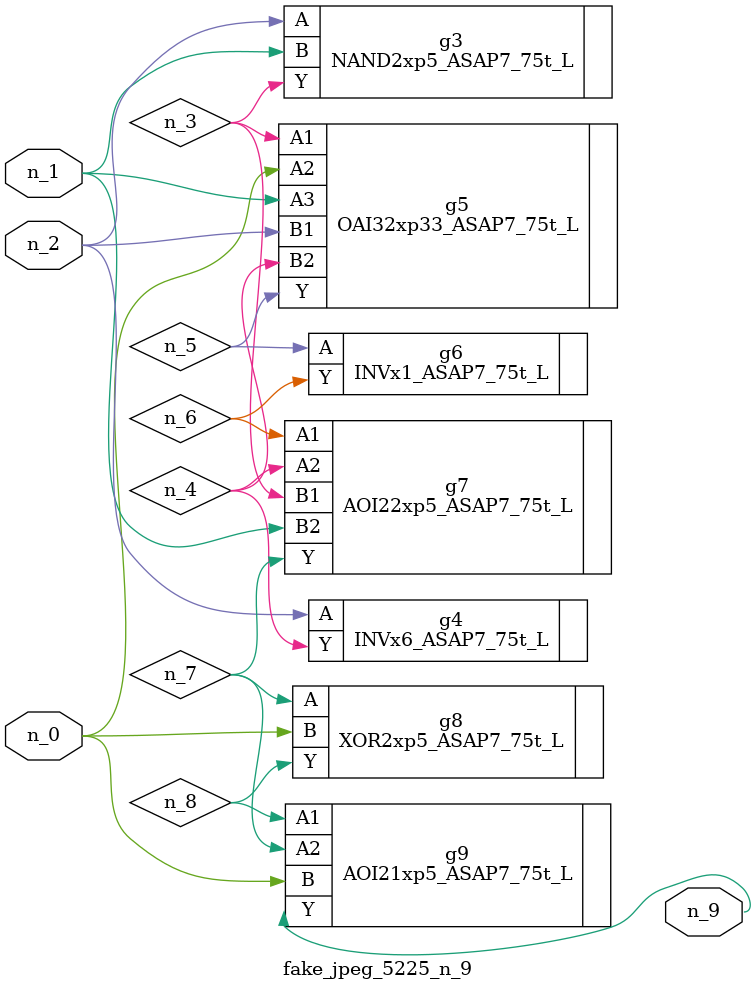
<source format=v>
module fake_jpeg_5225_n_9 (n_0, n_2, n_1, n_9);

input n_0;
input n_2;
input n_1;

output n_9;

wire n_3;
wire n_4;
wire n_8;
wire n_6;
wire n_5;
wire n_7;

NAND2xp5_ASAP7_75t_L g3 ( 
.A(n_2),
.B(n_1),
.Y(n_3)
);

INVx6_ASAP7_75t_L g4 ( 
.A(n_2),
.Y(n_4)
);

OAI32xp33_ASAP7_75t_L g5 ( 
.A1(n_3),
.A2(n_0),
.A3(n_1),
.B1(n_2),
.B2(n_4),
.Y(n_5)
);

INVx1_ASAP7_75t_L g6 ( 
.A(n_5),
.Y(n_6)
);

AOI22xp5_ASAP7_75t_L g7 ( 
.A1(n_6),
.A2(n_4),
.B1(n_3),
.B2(n_1),
.Y(n_7)
);

XOR2xp5_ASAP7_75t_L g8 ( 
.A(n_7),
.B(n_0),
.Y(n_8)
);

AOI21xp5_ASAP7_75t_L g9 ( 
.A1(n_8),
.A2(n_7),
.B(n_0),
.Y(n_9)
);


endmodule
</source>
